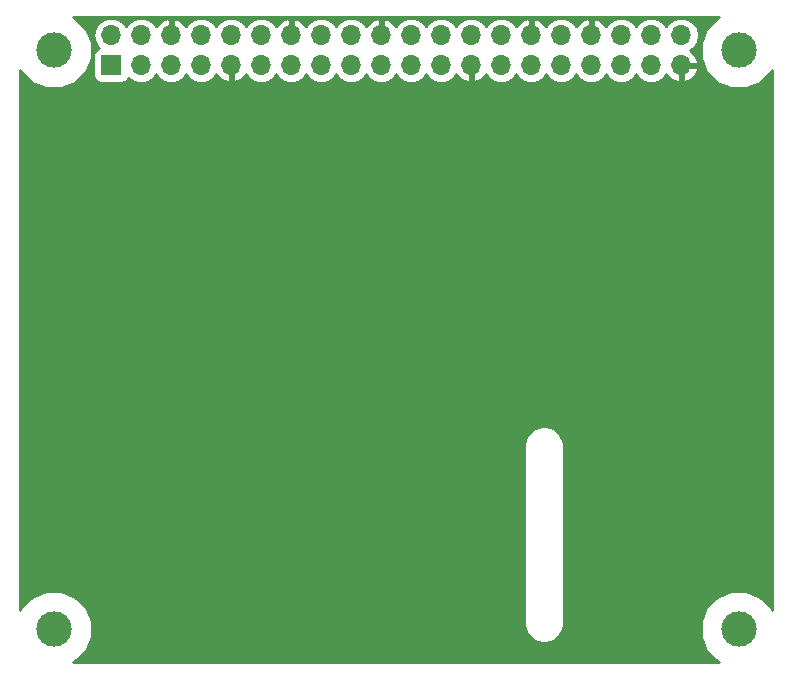
<source format=gbr>
%TF.GenerationSoftware,KiCad,Pcbnew,(5.0.0-rc3-dev-2-g101b68b61)*%
%TF.CreationDate,2018-07-10T18:38:07+02:00*%
%TF.ProjectId,mobilt_eeg_frontend-exjobb2018,6D6F62696C745F6565675F66726F6E74,rev?*%
%TF.SameCoordinates,Original*%
%TF.FileFunction,Copper,L1,Top,Signal*%
%TF.FilePolarity,Positive*%
%FSLAX46Y46*%
G04 Gerber Fmt 4.6, Leading zero omitted, Abs format (unit mm)*
G04 Created by KiCad (PCBNEW (5.0.0-rc3-dev-2-g101b68b61)) date 07/10/18 18:38:07*
%MOMM*%
%LPD*%
G01*
G04 APERTURE LIST*
%TA.AperFunction,ComponentPad*%
%ADD10R,1.700000X1.700000*%
%TD*%
%TA.AperFunction,ComponentPad*%
%ADD11O,1.700000X1.700000*%
%TD*%
%TA.AperFunction,WasherPad*%
%ADD12C,3.000000*%
%TD*%
%TA.AperFunction,Conductor*%
%ADD13C,0.254000*%
%TD*%
G04 APERTURE END LIST*
D10*
%TO.P,P1,1*%
%TO.N,+3V3*%
X208370000Y-98770000D03*
D11*
%TO.P,P1,2*%
%TO.N,+5V*%
X208370000Y-96230000D03*
%TO.P,P1,3*%
%TO.N,/GPIO2(SDA1)*%
X210910000Y-98770000D03*
%TO.P,P1,4*%
%TO.N,+5V*%
X210910000Y-96230000D03*
%TO.P,P1,5*%
%TO.N,/GPIO3(SCL1)*%
X213450000Y-98770000D03*
%TO.P,P1,6*%
%TO.N,GND*%
X213450000Y-96230000D03*
%TO.P,P1,7*%
%TO.N,/GPIO4(GCLK)*%
X215990000Y-98770000D03*
%TO.P,P1,8*%
%TO.N,/GPIO14(TXD0)*%
X215990000Y-96230000D03*
%TO.P,P1,9*%
%TO.N,GND*%
X218530000Y-98770000D03*
%TO.P,P1,10*%
%TO.N,/GPIO15(RXD0)*%
X218530000Y-96230000D03*
%TO.P,P1,11*%
%TO.N,/GPIO17(GEN0)*%
X221070000Y-98770000D03*
%TO.P,P1,12*%
%TO.N,/GPIO18(GEN1)(PWM0)*%
X221070000Y-96230000D03*
%TO.P,P1,13*%
%TO.N,/GPIO27(GEN2)*%
X223610000Y-98770000D03*
%TO.P,P1,14*%
%TO.N,GND*%
X223610000Y-96230000D03*
%TO.P,P1,15*%
%TO.N,/GPIO22(GEN3)*%
X226150000Y-98770000D03*
%TO.P,P1,16*%
%TO.N,/GPIO23(GEN4)*%
X226150000Y-96230000D03*
%TO.P,P1,17*%
%TO.N,+3V3*%
X228690000Y-98770000D03*
%TO.P,P1,18*%
%TO.N,/GPIO24(GEN5)*%
X228690000Y-96230000D03*
%TO.P,P1,19*%
%TO.N,/GPIO10(SPI0_MOSI)*%
X231230000Y-98770000D03*
%TO.P,P1,20*%
%TO.N,GND*%
X231230000Y-96230000D03*
%TO.P,P1,21*%
%TO.N,/GPIO9(SPI0_MISO)*%
X233770000Y-98770000D03*
%TO.P,P1,22*%
%TO.N,/GPIO25(GEN6)*%
X233770000Y-96230000D03*
%TO.P,P1,23*%
%TO.N,/GPIO11(SPI0_SCK)*%
X236310000Y-98770000D03*
%TO.P,P1,24*%
%TO.N,/GPIO8(SPI0_CE_N)*%
X236310000Y-96230000D03*
%TO.P,P1,25*%
%TO.N,GND*%
X238850000Y-98770000D03*
%TO.P,P1,26*%
%TO.N,/GPIO7(SPI1_CE_N)*%
X238850000Y-96230000D03*
%TO.P,P1,27*%
%TO.N,/ID_SD*%
X241390000Y-98770000D03*
%TO.P,P1,28*%
%TO.N,/ID_SC*%
X241390000Y-96230000D03*
%TO.P,P1,29*%
%TO.N,/GPIO5*%
X243930000Y-98770000D03*
%TO.P,P1,30*%
%TO.N,GND*%
X243930000Y-96230000D03*
%TO.P,P1,31*%
%TO.N,/GPIO6*%
X246470000Y-98770000D03*
%TO.P,P1,32*%
%TO.N,/GPIO12(PWM0)*%
X246470000Y-96230000D03*
%TO.P,P1,33*%
%TO.N,/GPIO13(PWM1)*%
X249010000Y-98770000D03*
%TO.P,P1,34*%
%TO.N,GND*%
X249010000Y-96230000D03*
%TO.P,P1,35*%
%TO.N,/GPIO19(SPI1_MISO)*%
X251550000Y-98770000D03*
%TO.P,P1,36*%
%TO.N,/GPIO16*%
X251550000Y-96230000D03*
%TO.P,P1,37*%
%TO.N,/GPIO26*%
X254090000Y-98770000D03*
%TO.P,P1,38*%
%TO.N,/GPIO20(SPI1_MOSI)*%
X254090000Y-96230000D03*
%TO.P,P1,39*%
%TO.N,GND*%
X256630000Y-98770000D03*
%TO.P,P1,40*%
%TO.N,/GPIO21(SPI1_SCK)*%
X256630000Y-96230000D03*
%TD*%
D12*
%TO.P,MK4,*%
%TO.N,*%
X261500000Y-146500000D03*
%TD*%
%TO.P,MK3,*%
%TO.N,*%
X203500000Y-146500000D03*
%TD*%
%TO.P,MK2,*%
%TO.N,*%
X261500000Y-97500000D03*
%TD*%
%TO.P,MK1,*%
%TO.N,*%
X203500000Y-97500000D03*
%TD*%
D13*
%TO.N,GND*%
G36*
X259672051Y-94764281D02*
X258764281Y-95672051D01*
X258273000Y-96858110D01*
X258273000Y-98141890D01*
X258764281Y-99327949D01*
X259672051Y-100235719D01*
X260858110Y-100727000D01*
X262141890Y-100727000D01*
X263327949Y-100235719D01*
X264235719Y-99327949D01*
X264315001Y-99136545D01*
X264315000Y-144863453D01*
X264235719Y-144672051D01*
X263327949Y-143764281D01*
X262141890Y-143273000D01*
X260858110Y-143273000D01*
X259672051Y-143764281D01*
X258764281Y-144672051D01*
X258273000Y-145858110D01*
X258273000Y-147141890D01*
X258764281Y-148327949D01*
X259672051Y-149235719D01*
X259863453Y-149315000D01*
X205136547Y-149315000D01*
X205327949Y-149235719D01*
X206235719Y-148327949D01*
X206727000Y-147141890D01*
X206727000Y-146067461D01*
X243315000Y-146067461D01*
X243328162Y-146133631D01*
X243328162Y-146133636D01*
X243404282Y-146516319D01*
X243455534Y-146640052D01*
X243506563Y-146763248D01*
X243723336Y-147087672D01*
X243912328Y-147276664D01*
X244236751Y-147493437D01*
X244290876Y-147515856D01*
X244483681Y-147595718D01*
X244866364Y-147671838D01*
X245133636Y-147671838D01*
X245516319Y-147595718D01*
X245763248Y-147493437D01*
X245763249Y-147493436D01*
X246087672Y-147276664D01*
X246276664Y-147087672D01*
X246493437Y-146763249D01*
X246550942Y-146624419D01*
X246595718Y-146516319D01*
X246671838Y-146133636D01*
X246671838Y-146133632D01*
X246685000Y-146067462D01*
X246685000Y-130932538D01*
X246671838Y-130866368D01*
X246671838Y-130866364D01*
X246595718Y-130483681D01*
X246493437Y-130236752D01*
X246493437Y-130236751D01*
X246276664Y-129912328D01*
X246087672Y-129723336D01*
X245763248Y-129506563D01*
X245516319Y-129404282D01*
X245133636Y-129328162D01*
X244866364Y-129328162D01*
X244483681Y-129404282D01*
X244339032Y-129464197D01*
X244236751Y-129506563D01*
X243912328Y-129723336D01*
X243723336Y-129912328D01*
X243506564Y-130236751D01*
X243506563Y-130236752D01*
X243404282Y-130483681D01*
X243328162Y-130866364D01*
X243328162Y-130866373D01*
X243315001Y-130932538D01*
X243315000Y-146067461D01*
X206727000Y-146067461D01*
X206727000Y-145858110D01*
X206235719Y-144672051D01*
X205327949Y-143764281D01*
X204141890Y-143273000D01*
X202858110Y-143273000D01*
X201672051Y-143764281D01*
X200764281Y-144672051D01*
X200685000Y-144863453D01*
X200685000Y-99136547D01*
X200764281Y-99327949D01*
X201672051Y-100235719D01*
X202858110Y-100727000D01*
X204141890Y-100727000D01*
X205327949Y-100235719D01*
X206235719Y-99327949D01*
X206727000Y-98141890D01*
X206727000Y-96858110D01*
X206466829Y-96230000D01*
X206855908Y-96230000D01*
X206971161Y-96809418D01*
X207299375Y-97300625D01*
X207317619Y-97312816D01*
X207272235Y-97321843D01*
X207062191Y-97462191D01*
X206921843Y-97672235D01*
X206872560Y-97920000D01*
X206872560Y-99620000D01*
X206921843Y-99867765D01*
X207062191Y-100077809D01*
X207272235Y-100218157D01*
X207520000Y-100267440D01*
X209220000Y-100267440D01*
X209467765Y-100218157D01*
X209677809Y-100077809D01*
X209818157Y-99867765D01*
X209827184Y-99822381D01*
X209839375Y-99840625D01*
X210330582Y-100168839D01*
X210763744Y-100255000D01*
X211056256Y-100255000D01*
X211489418Y-100168839D01*
X211980625Y-99840625D01*
X212180000Y-99542239D01*
X212379375Y-99840625D01*
X212870582Y-100168839D01*
X213303744Y-100255000D01*
X213596256Y-100255000D01*
X214029418Y-100168839D01*
X214520625Y-99840625D01*
X214720000Y-99542239D01*
X214919375Y-99840625D01*
X215410582Y-100168839D01*
X215843744Y-100255000D01*
X216136256Y-100255000D01*
X216569418Y-100168839D01*
X217060625Y-99840625D01*
X217273843Y-99521522D01*
X217334817Y-99651358D01*
X217763076Y-100041645D01*
X218173110Y-100211476D01*
X218403000Y-100090155D01*
X218403000Y-98897000D01*
X218383000Y-98897000D01*
X218383000Y-98643000D01*
X218403000Y-98643000D01*
X218403000Y-98623000D01*
X218657000Y-98623000D01*
X218657000Y-98643000D01*
X218677000Y-98643000D01*
X218677000Y-98897000D01*
X218657000Y-98897000D01*
X218657000Y-100090155D01*
X218886890Y-100211476D01*
X219296924Y-100041645D01*
X219725183Y-99651358D01*
X219786157Y-99521522D01*
X219999375Y-99840625D01*
X220490582Y-100168839D01*
X220923744Y-100255000D01*
X221216256Y-100255000D01*
X221649418Y-100168839D01*
X222140625Y-99840625D01*
X222340000Y-99542239D01*
X222539375Y-99840625D01*
X223030582Y-100168839D01*
X223463744Y-100255000D01*
X223756256Y-100255000D01*
X224189418Y-100168839D01*
X224680625Y-99840625D01*
X224880000Y-99542239D01*
X225079375Y-99840625D01*
X225570582Y-100168839D01*
X226003744Y-100255000D01*
X226296256Y-100255000D01*
X226729418Y-100168839D01*
X227220625Y-99840625D01*
X227420000Y-99542239D01*
X227619375Y-99840625D01*
X228110582Y-100168839D01*
X228543744Y-100255000D01*
X228836256Y-100255000D01*
X229269418Y-100168839D01*
X229760625Y-99840625D01*
X229960000Y-99542239D01*
X230159375Y-99840625D01*
X230650582Y-100168839D01*
X231083744Y-100255000D01*
X231376256Y-100255000D01*
X231809418Y-100168839D01*
X232300625Y-99840625D01*
X232500000Y-99542239D01*
X232699375Y-99840625D01*
X233190582Y-100168839D01*
X233623744Y-100255000D01*
X233916256Y-100255000D01*
X234349418Y-100168839D01*
X234840625Y-99840625D01*
X235040000Y-99542239D01*
X235239375Y-99840625D01*
X235730582Y-100168839D01*
X236163744Y-100255000D01*
X236456256Y-100255000D01*
X236889418Y-100168839D01*
X237380625Y-99840625D01*
X237593843Y-99521522D01*
X237654817Y-99651358D01*
X238083076Y-100041645D01*
X238493110Y-100211476D01*
X238723000Y-100090155D01*
X238723000Y-98897000D01*
X238703000Y-98897000D01*
X238703000Y-98643000D01*
X238723000Y-98643000D01*
X238723000Y-98623000D01*
X238977000Y-98623000D01*
X238977000Y-98643000D01*
X238997000Y-98643000D01*
X238997000Y-98897000D01*
X238977000Y-98897000D01*
X238977000Y-100090155D01*
X239206890Y-100211476D01*
X239616924Y-100041645D01*
X240045183Y-99651358D01*
X240106157Y-99521522D01*
X240319375Y-99840625D01*
X240810582Y-100168839D01*
X241243744Y-100255000D01*
X241536256Y-100255000D01*
X241969418Y-100168839D01*
X242460625Y-99840625D01*
X242660000Y-99542239D01*
X242859375Y-99840625D01*
X243350582Y-100168839D01*
X243783744Y-100255000D01*
X244076256Y-100255000D01*
X244509418Y-100168839D01*
X245000625Y-99840625D01*
X245200000Y-99542239D01*
X245399375Y-99840625D01*
X245890582Y-100168839D01*
X246323744Y-100255000D01*
X246616256Y-100255000D01*
X247049418Y-100168839D01*
X247540625Y-99840625D01*
X247740000Y-99542239D01*
X247939375Y-99840625D01*
X248430582Y-100168839D01*
X248863744Y-100255000D01*
X249156256Y-100255000D01*
X249589418Y-100168839D01*
X250080625Y-99840625D01*
X250280000Y-99542239D01*
X250479375Y-99840625D01*
X250970582Y-100168839D01*
X251403744Y-100255000D01*
X251696256Y-100255000D01*
X252129418Y-100168839D01*
X252620625Y-99840625D01*
X252820000Y-99542239D01*
X253019375Y-99840625D01*
X253510582Y-100168839D01*
X253943744Y-100255000D01*
X254236256Y-100255000D01*
X254669418Y-100168839D01*
X255160625Y-99840625D01*
X255373843Y-99521522D01*
X255434817Y-99651358D01*
X255863076Y-100041645D01*
X256273110Y-100211476D01*
X256503000Y-100090155D01*
X256503000Y-98897000D01*
X256757000Y-98897000D01*
X256757000Y-100090155D01*
X256986890Y-100211476D01*
X257396924Y-100041645D01*
X257825183Y-99651358D01*
X258071486Y-99126892D01*
X257950819Y-98897000D01*
X256757000Y-98897000D01*
X256503000Y-98897000D01*
X256483000Y-98897000D01*
X256483000Y-98643000D01*
X256503000Y-98643000D01*
X256503000Y-98623000D01*
X256757000Y-98623000D01*
X256757000Y-98643000D01*
X257950819Y-98643000D01*
X258071486Y-98413108D01*
X257825183Y-97888642D01*
X257400214Y-97501353D01*
X257700625Y-97300625D01*
X258028839Y-96809418D01*
X258144092Y-96230000D01*
X258028839Y-95650582D01*
X257700625Y-95159375D01*
X257209418Y-94831161D01*
X256776256Y-94745000D01*
X256483744Y-94745000D01*
X256050582Y-94831161D01*
X255559375Y-95159375D01*
X255360000Y-95457761D01*
X255160625Y-95159375D01*
X254669418Y-94831161D01*
X254236256Y-94745000D01*
X253943744Y-94745000D01*
X253510582Y-94831161D01*
X253019375Y-95159375D01*
X252820000Y-95457761D01*
X252620625Y-95159375D01*
X252129418Y-94831161D01*
X251696256Y-94745000D01*
X251403744Y-94745000D01*
X250970582Y-94831161D01*
X250479375Y-95159375D01*
X250266157Y-95478478D01*
X250205183Y-95348642D01*
X249776924Y-94958355D01*
X249366890Y-94788524D01*
X249137000Y-94909845D01*
X249137000Y-96103000D01*
X249157000Y-96103000D01*
X249157000Y-96357000D01*
X249137000Y-96357000D01*
X249137000Y-96377000D01*
X248883000Y-96377000D01*
X248883000Y-96357000D01*
X248863000Y-96357000D01*
X248863000Y-96103000D01*
X248883000Y-96103000D01*
X248883000Y-94909845D01*
X248653110Y-94788524D01*
X248243076Y-94958355D01*
X247814817Y-95348642D01*
X247753843Y-95478478D01*
X247540625Y-95159375D01*
X247049418Y-94831161D01*
X246616256Y-94745000D01*
X246323744Y-94745000D01*
X245890582Y-94831161D01*
X245399375Y-95159375D01*
X245186157Y-95478478D01*
X245125183Y-95348642D01*
X244696924Y-94958355D01*
X244286890Y-94788524D01*
X244057000Y-94909845D01*
X244057000Y-96103000D01*
X244077000Y-96103000D01*
X244077000Y-96357000D01*
X244057000Y-96357000D01*
X244057000Y-96377000D01*
X243803000Y-96377000D01*
X243803000Y-96357000D01*
X243783000Y-96357000D01*
X243783000Y-96103000D01*
X243803000Y-96103000D01*
X243803000Y-94909845D01*
X243573110Y-94788524D01*
X243163076Y-94958355D01*
X242734817Y-95348642D01*
X242673843Y-95478478D01*
X242460625Y-95159375D01*
X241969418Y-94831161D01*
X241536256Y-94745000D01*
X241243744Y-94745000D01*
X240810582Y-94831161D01*
X240319375Y-95159375D01*
X240120000Y-95457761D01*
X239920625Y-95159375D01*
X239429418Y-94831161D01*
X238996256Y-94745000D01*
X238703744Y-94745000D01*
X238270582Y-94831161D01*
X237779375Y-95159375D01*
X237580000Y-95457761D01*
X237380625Y-95159375D01*
X236889418Y-94831161D01*
X236456256Y-94745000D01*
X236163744Y-94745000D01*
X235730582Y-94831161D01*
X235239375Y-95159375D01*
X235040000Y-95457761D01*
X234840625Y-95159375D01*
X234349418Y-94831161D01*
X233916256Y-94745000D01*
X233623744Y-94745000D01*
X233190582Y-94831161D01*
X232699375Y-95159375D01*
X232486157Y-95478478D01*
X232425183Y-95348642D01*
X231996924Y-94958355D01*
X231586890Y-94788524D01*
X231357000Y-94909845D01*
X231357000Y-96103000D01*
X231377000Y-96103000D01*
X231377000Y-96357000D01*
X231357000Y-96357000D01*
X231357000Y-96377000D01*
X231103000Y-96377000D01*
X231103000Y-96357000D01*
X231083000Y-96357000D01*
X231083000Y-96103000D01*
X231103000Y-96103000D01*
X231103000Y-94909845D01*
X230873110Y-94788524D01*
X230463076Y-94958355D01*
X230034817Y-95348642D01*
X229973843Y-95478478D01*
X229760625Y-95159375D01*
X229269418Y-94831161D01*
X228836256Y-94745000D01*
X228543744Y-94745000D01*
X228110582Y-94831161D01*
X227619375Y-95159375D01*
X227420000Y-95457761D01*
X227220625Y-95159375D01*
X226729418Y-94831161D01*
X226296256Y-94745000D01*
X226003744Y-94745000D01*
X225570582Y-94831161D01*
X225079375Y-95159375D01*
X224866157Y-95478478D01*
X224805183Y-95348642D01*
X224376924Y-94958355D01*
X223966890Y-94788524D01*
X223737000Y-94909845D01*
X223737000Y-96103000D01*
X223757000Y-96103000D01*
X223757000Y-96357000D01*
X223737000Y-96357000D01*
X223737000Y-96377000D01*
X223483000Y-96377000D01*
X223483000Y-96357000D01*
X223463000Y-96357000D01*
X223463000Y-96103000D01*
X223483000Y-96103000D01*
X223483000Y-94909845D01*
X223253110Y-94788524D01*
X222843076Y-94958355D01*
X222414817Y-95348642D01*
X222353843Y-95478478D01*
X222140625Y-95159375D01*
X221649418Y-94831161D01*
X221216256Y-94745000D01*
X220923744Y-94745000D01*
X220490582Y-94831161D01*
X219999375Y-95159375D01*
X219800000Y-95457761D01*
X219600625Y-95159375D01*
X219109418Y-94831161D01*
X218676256Y-94745000D01*
X218383744Y-94745000D01*
X217950582Y-94831161D01*
X217459375Y-95159375D01*
X217260000Y-95457761D01*
X217060625Y-95159375D01*
X216569418Y-94831161D01*
X216136256Y-94745000D01*
X215843744Y-94745000D01*
X215410582Y-94831161D01*
X214919375Y-95159375D01*
X214706157Y-95478478D01*
X214645183Y-95348642D01*
X214216924Y-94958355D01*
X213806890Y-94788524D01*
X213577000Y-94909845D01*
X213577000Y-96103000D01*
X213597000Y-96103000D01*
X213597000Y-96357000D01*
X213577000Y-96357000D01*
X213577000Y-96377000D01*
X213323000Y-96377000D01*
X213323000Y-96357000D01*
X213303000Y-96357000D01*
X213303000Y-96103000D01*
X213323000Y-96103000D01*
X213323000Y-94909845D01*
X213093110Y-94788524D01*
X212683076Y-94958355D01*
X212254817Y-95348642D01*
X212193843Y-95478478D01*
X211980625Y-95159375D01*
X211489418Y-94831161D01*
X211056256Y-94745000D01*
X210763744Y-94745000D01*
X210330582Y-94831161D01*
X209839375Y-95159375D01*
X209640000Y-95457761D01*
X209440625Y-95159375D01*
X208949418Y-94831161D01*
X208516256Y-94745000D01*
X208223744Y-94745000D01*
X207790582Y-94831161D01*
X207299375Y-95159375D01*
X206971161Y-95650582D01*
X206855908Y-96230000D01*
X206466829Y-96230000D01*
X206235719Y-95672051D01*
X205327949Y-94764281D01*
X205136547Y-94685000D01*
X259863453Y-94685000D01*
X259672051Y-94764281D01*
X259672051Y-94764281D01*
G37*
X259672051Y-94764281D02*
X258764281Y-95672051D01*
X258273000Y-96858110D01*
X258273000Y-98141890D01*
X258764281Y-99327949D01*
X259672051Y-100235719D01*
X260858110Y-100727000D01*
X262141890Y-100727000D01*
X263327949Y-100235719D01*
X264235719Y-99327949D01*
X264315001Y-99136545D01*
X264315000Y-144863453D01*
X264235719Y-144672051D01*
X263327949Y-143764281D01*
X262141890Y-143273000D01*
X260858110Y-143273000D01*
X259672051Y-143764281D01*
X258764281Y-144672051D01*
X258273000Y-145858110D01*
X258273000Y-147141890D01*
X258764281Y-148327949D01*
X259672051Y-149235719D01*
X259863453Y-149315000D01*
X205136547Y-149315000D01*
X205327949Y-149235719D01*
X206235719Y-148327949D01*
X206727000Y-147141890D01*
X206727000Y-146067461D01*
X243315000Y-146067461D01*
X243328162Y-146133631D01*
X243328162Y-146133636D01*
X243404282Y-146516319D01*
X243455534Y-146640052D01*
X243506563Y-146763248D01*
X243723336Y-147087672D01*
X243912328Y-147276664D01*
X244236751Y-147493437D01*
X244290876Y-147515856D01*
X244483681Y-147595718D01*
X244866364Y-147671838D01*
X245133636Y-147671838D01*
X245516319Y-147595718D01*
X245763248Y-147493437D01*
X245763249Y-147493436D01*
X246087672Y-147276664D01*
X246276664Y-147087672D01*
X246493437Y-146763249D01*
X246550942Y-146624419D01*
X246595718Y-146516319D01*
X246671838Y-146133636D01*
X246671838Y-146133632D01*
X246685000Y-146067462D01*
X246685000Y-130932538D01*
X246671838Y-130866368D01*
X246671838Y-130866364D01*
X246595718Y-130483681D01*
X246493437Y-130236752D01*
X246493437Y-130236751D01*
X246276664Y-129912328D01*
X246087672Y-129723336D01*
X245763248Y-129506563D01*
X245516319Y-129404282D01*
X245133636Y-129328162D01*
X244866364Y-129328162D01*
X244483681Y-129404282D01*
X244339032Y-129464197D01*
X244236751Y-129506563D01*
X243912328Y-129723336D01*
X243723336Y-129912328D01*
X243506564Y-130236751D01*
X243506563Y-130236752D01*
X243404282Y-130483681D01*
X243328162Y-130866364D01*
X243328162Y-130866373D01*
X243315001Y-130932538D01*
X243315000Y-146067461D01*
X206727000Y-146067461D01*
X206727000Y-145858110D01*
X206235719Y-144672051D01*
X205327949Y-143764281D01*
X204141890Y-143273000D01*
X202858110Y-143273000D01*
X201672051Y-143764281D01*
X200764281Y-144672051D01*
X200685000Y-144863453D01*
X200685000Y-99136547D01*
X200764281Y-99327949D01*
X201672051Y-100235719D01*
X202858110Y-100727000D01*
X204141890Y-100727000D01*
X205327949Y-100235719D01*
X206235719Y-99327949D01*
X206727000Y-98141890D01*
X206727000Y-96858110D01*
X206466829Y-96230000D01*
X206855908Y-96230000D01*
X206971161Y-96809418D01*
X207299375Y-97300625D01*
X207317619Y-97312816D01*
X207272235Y-97321843D01*
X207062191Y-97462191D01*
X206921843Y-97672235D01*
X206872560Y-97920000D01*
X206872560Y-99620000D01*
X206921843Y-99867765D01*
X207062191Y-100077809D01*
X207272235Y-100218157D01*
X207520000Y-100267440D01*
X209220000Y-100267440D01*
X209467765Y-100218157D01*
X209677809Y-100077809D01*
X209818157Y-99867765D01*
X209827184Y-99822381D01*
X209839375Y-99840625D01*
X210330582Y-100168839D01*
X210763744Y-100255000D01*
X211056256Y-100255000D01*
X211489418Y-100168839D01*
X211980625Y-99840625D01*
X212180000Y-99542239D01*
X212379375Y-99840625D01*
X212870582Y-100168839D01*
X213303744Y-100255000D01*
X213596256Y-100255000D01*
X214029418Y-100168839D01*
X214520625Y-99840625D01*
X214720000Y-99542239D01*
X214919375Y-99840625D01*
X215410582Y-100168839D01*
X215843744Y-100255000D01*
X216136256Y-100255000D01*
X216569418Y-100168839D01*
X217060625Y-99840625D01*
X217273843Y-99521522D01*
X217334817Y-99651358D01*
X217763076Y-100041645D01*
X218173110Y-100211476D01*
X218403000Y-100090155D01*
X218403000Y-98897000D01*
X218383000Y-98897000D01*
X218383000Y-98643000D01*
X218403000Y-98643000D01*
X218403000Y-98623000D01*
X218657000Y-98623000D01*
X218657000Y-98643000D01*
X218677000Y-98643000D01*
X218677000Y-98897000D01*
X218657000Y-98897000D01*
X218657000Y-100090155D01*
X218886890Y-100211476D01*
X219296924Y-100041645D01*
X219725183Y-99651358D01*
X219786157Y-99521522D01*
X219999375Y-99840625D01*
X220490582Y-100168839D01*
X220923744Y-100255000D01*
X221216256Y-100255000D01*
X221649418Y-100168839D01*
X222140625Y-99840625D01*
X222340000Y-99542239D01*
X222539375Y-99840625D01*
X223030582Y-100168839D01*
X223463744Y-100255000D01*
X223756256Y-100255000D01*
X224189418Y-100168839D01*
X224680625Y-99840625D01*
X224880000Y-99542239D01*
X225079375Y-99840625D01*
X225570582Y-100168839D01*
X226003744Y-100255000D01*
X226296256Y-100255000D01*
X226729418Y-100168839D01*
X227220625Y-99840625D01*
X227420000Y-99542239D01*
X227619375Y-99840625D01*
X228110582Y-100168839D01*
X228543744Y-100255000D01*
X228836256Y-100255000D01*
X229269418Y-100168839D01*
X229760625Y-99840625D01*
X229960000Y-99542239D01*
X230159375Y-99840625D01*
X230650582Y-100168839D01*
X231083744Y-100255000D01*
X231376256Y-100255000D01*
X231809418Y-100168839D01*
X232300625Y-99840625D01*
X232500000Y-99542239D01*
X232699375Y-99840625D01*
X233190582Y-100168839D01*
X233623744Y-100255000D01*
X233916256Y-100255000D01*
X234349418Y-100168839D01*
X234840625Y-99840625D01*
X235040000Y-99542239D01*
X235239375Y-99840625D01*
X235730582Y-100168839D01*
X236163744Y-100255000D01*
X236456256Y-100255000D01*
X236889418Y-100168839D01*
X237380625Y-99840625D01*
X237593843Y-99521522D01*
X237654817Y-99651358D01*
X238083076Y-100041645D01*
X238493110Y-100211476D01*
X238723000Y-100090155D01*
X238723000Y-98897000D01*
X238703000Y-98897000D01*
X238703000Y-98643000D01*
X238723000Y-98643000D01*
X238723000Y-98623000D01*
X238977000Y-98623000D01*
X238977000Y-98643000D01*
X238997000Y-98643000D01*
X238997000Y-98897000D01*
X238977000Y-98897000D01*
X238977000Y-100090155D01*
X239206890Y-100211476D01*
X239616924Y-100041645D01*
X240045183Y-99651358D01*
X240106157Y-99521522D01*
X240319375Y-99840625D01*
X240810582Y-100168839D01*
X241243744Y-100255000D01*
X241536256Y-100255000D01*
X241969418Y-100168839D01*
X242460625Y-99840625D01*
X242660000Y-99542239D01*
X242859375Y-99840625D01*
X243350582Y-100168839D01*
X243783744Y-100255000D01*
X244076256Y-100255000D01*
X244509418Y-100168839D01*
X245000625Y-99840625D01*
X245200000Y-99542239D01*
X245399375Y-99840625D01*
X245890582Y-100168839D01*
X246323744Y-100255000D01*
X246616256Y-100255000D01*
X247049418Y-100168839D01*
X247540625Y-99840625D01*
X247740000Y-99542239D01*
X247939375Y-99840625D01*
X248430582Y-100168839D01*
X248863744Y-100255000D01*
X249156256Y-100255000D01*
X249589418Y-100168839D01*
X250080625Y-99840625D01*
X250280000Y-99542239D01*
X250479375Y-99840625D01*
X250970582Y-100168839D01*
X251403744Y-100255000D01*
X251696256Y-100255000D01*
X252129418Y-100168839D01*
X252620625Y-99840625D01*
X252820000Y-99542239D01*
X253019375Y-99840625D01*
X253510582Y-100168839D01*
X253943744Y-100255000D01*
X254236256Y-100255000D01*
X254669418Y-100168839D01*
X255160625Y-99840625D01*
X255373843Y-99521522D01*
X255434817Y-99651358D01*
X255863076Y-100041645D01*
X256273110Y-100211476D01*
X256503000Y-100090155D01*
X256503000Y-98897000D01*
X256757000Y-98897000D01*
X256757000Y-100090155D01*
X256986890Y-100211476D01*
X257396924Y-100041645D01*
X257825183Y-99651358D01*
X258071486Y-99126892D01*
X257950819Y-98897000D01*
X256757000Y-98897000D01*
X256503000Y-98897000D01*
X256483000Y-98897000D01*
X256483000Y-98643000D01*
X256503000Y-98643000D01*
X256503000Y-98623000D01*
X256757000Y-98623000D01*
X256757000Y-98643000D01*
X257950819Y-98643000D01*
X258071486Y-98413108D01*
X257825183Y-97888642D01*
X257400214Y-97501353D01*
X257700625Y-97300625D01*
X258028839Y-96809418D01*
X258144092Y-96230000D01*
X258028839Y-95650582D01*
X257700625Y-95159375D01*
X257209418Y-94831161D01*
X256776256Y-94745000D01*
X256483744Y-94745000D01*
X256050582Y-94831161D01*
X255559375Y-95159375D01*
X255360000Y-95457761D01*
X255160625Y-95159375D01*
X254669418Y-94831161D01*
X254236256Y-94745000D01*
X253943744Y-94745000D01*
X253510582Y-94831161D01*
X253019375Y-95159375D01*
X252820000Y-95457761D01*
X252620625Y-95159375D01*
X252129418Y-94831161D01*
X251696256Y-94745000D01*
X251403744Y-94745000D01*
X250970582Y-94831161D01*
X250479375Y-95159375D01*
X250266157Y-95478478D01*
X250205183Y-95348642D01*
X249776924Y-94958355D01*
X249366890Y-94788524D01*
X249137000Y-94909845D01*
X249137000Y-96103000D01*
X249157000Y-96103000D01*
X249157000Y-96357000D01*
X249137000Y-96357000D01*
X249137000Y-96377000D01*
X248883000Y-96377000D01*
X248883000Y-96357000D01*
X248863000Y-96357000D01*
X248863000Y-96103000D01*
X248883000Y-96103000D01*
X248883000Y-94909845D01*
X248653110Y-94788524D01*
X248243076Y-94958355D01*
X247814817Y-95348642D01*
X247753843Y-95478478D01*
X247540625Y-95159375D01*
X247049418Y-94831161D01*
X246616256Y-94745000D01*
X246323744Y-94745000D01*
X245890582Y-94831161D01*
X245399375Y-95159375D01*
X245186157Y-95478478D01*
X245125183Y-95348642D01*
X244696924Y-94958355D01*
X244286890Y-94788524D01*
X244057000Y-94909845D01*
X244057000Y-96103000D01*
X244077000Y-96103000D01*
X244077000Y-96357000D01*
X244057000Y-96357000D01*
X244057000Y-96377000D01*
X243803000Y-96377000D01*
X243803000Y-96357000D01*
X243783000Y-96357000D01*
X243783000Y-96103000D01*
X243803000Y-96103000D01*
X243803000Y-94909845D01*
X243573110Y-94788524D01*
X243163076Y-94958355D01*
X242734817Y-95348642D01*
X242673843Y-95478478D01*
X242460625Y-95159375D01*
X241969418Y-94831161D01*
X241536256Y-94745000D01*
X241243744Y-94745000D01*
X240810582Y-94831161D01*
X240319375Y-95159375D01*
X240120000Y-95457761D01*
X239920625Y-95159375D01*
X239429418Y-94831161D01*
X238996256Y-94745000D01*
X238703744Y-94745000D01*
X238270582Y-94831161D01*
X237779375Y-95159375D01*
X237580000Y-95457761D01*
X237380625Y-95159375D01*
X236889418Y-94831161D01*
X236456256Y-94745000D01*
X236163744Y-94745000D01*
X235730582Y-94831161D01*
X235239375Y-95159375D01*
X235040000Y-95457761D01*
X234840625Y-95159375D01*
X234349418Y-94831161D01*
X233916256Y-94745000D01*
X233623744Y-94745000D01*
X233190582Y-94831161D01*
X232699375Y-95159375D01*
X232486157Y-95478478D01*
X232425183Y-95348642D01*
X231996924Y-94958355D01*
X231586890Y-94788524D01*
X231357000Y-94909845D01*
X231357000Y-96103000D01*
X231377000Y-96103000D01*
X231377000Y-96357000D01*
X231357000Y-96357000D01*
X231357000Y-96377000D01*
X231103000Y-96377000D01*
X231103000Y-96357000D01*
X231083000Y-96357000D01*
X231083000Y-96103000D01*
X231103000Y-96103000D01*
X231103000Y-94909845D01*
X230873110Y-94788524D01*
X230463076Y-94958355D01*
X230034817Y-95348642D01*
X229973843Y-95478478D01*
X229760625Y-95159375D01*
X229269418Y-94831161D01*
X228836256Y-94745000D01*
X228543744Y-94745000D01*
X228110582Y-94831161D01*
X227619375Y-95159375D01*
X227420000Y-95457761D01*
X227220625Y-95159375D01*
X226729418Y-94831161D01*
X226296256Y-94745000D01*
X226003744Y-94745000D01*
X225570582Y-94831161D01*
X225079375Y-95159375D01*
X224866157Y-95478478D01*
X224805183Y-95348642D01*
X224376924Y-94958355D01*
X223966890Y-94788524D01*
X223737000Y-94909845D01*
X223737000Y-96103000D01*
X223757000Y-96103000D01*
X223757000Y-96357000D01*
X223737000Y-96357000D01*
X223737000Y-96377000D01*
X223483000Y-96377000D01*
X223483000Y-96357000D01*
X223463000Y-96357000D01*
X223463000Y-96103000D01*
X223483000Y-96103000D01*
X223483000Y-94909845D01*
X223253110Y-94788524D01*
X222843076Y-94958355D01*
X222414817Y-95348642D01*
X222353843Y-95478478D01*
X222140625Y-95159375D01*
X221649418Y-94831161D01*
X221216256Y-94745000D01*
X220923744Y-94745000D01*
X220490582Y-94831161D01*
X219999375Y-95159375D01*
X219800000Y-95457761D01*
X219600625Y-95159375D01*
X219109418Y-94831161D01*
X218676256Y-94745000D01*
X218383744Y-94745000D01*
X217950582Y-94831161D01*
X217459375Y-95159375D01*
X217260000Y-95457761D01*
X217060625Y-95159375D01*
X216569418Y-94831161D01*
X216136256Y-94745000D01*
X215843744Y-94745000D01*
X215410582Y-94831161D01*
X214919375Y-95159375D01*
X214706157Y-95478478D01*
X214645183Y-95348642D01*
X214216924Y-94958355D01*
X213806890Y-94788524D01*
X213577000Y-94909845D01*
X213577000Y-96103000D01*
X213597000Y-96103000D01*
X213597000Y-96357000D01*
X213577000Y-96357000D01*
X213577000Y-96377000D01*
X213323000Y-96377000D01*
X213323000Y-96357000D01*
X213303000Y-96357000D01*
X213303000Y-96103000D01*
X213323000Y-96103000D01*
X213323000Y-94909845D01*
X213093110Y-94788524D01*
X212683076Y-94958355D01*
X212254817Y-95348642D01*
X212193843Y-95478478D01*
X211980625Y-95159375D01*
X211489418Y-94831161D01*
X211056256Y-94745000D01*
X210763744Y-94745000D01*
X210330582Y-94831161D01*
X209839375Y-95159375D01*
X209640000Y-95457761D01*
X209440625Y-95159375D01*
X208949418Y-94831161D01*
X208516256Y-94745000D01*
X208223744Y-94745000D01*
X207790582Y-94831161D01*
X207299375Y-95159375D01*
X206971161Y-95650582D01*
X206855908Y-96230000D01*
X206466829Y-96230000D01*
X206235719Y-95672051D01*
X205327949Y-94764281D01*
X205136547Y-94685000D01*
X259863453Y-94685000D01*
X259672051Y-94764281D01*
%TD*%
M02*

</source>
